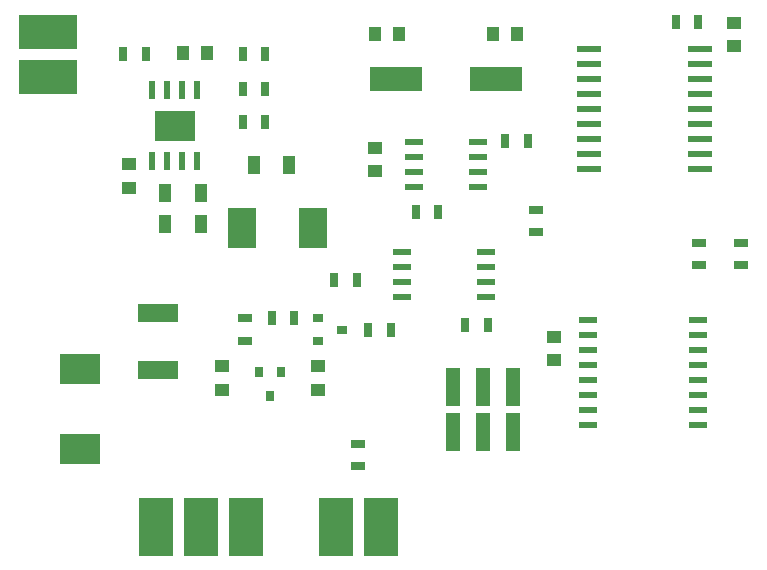
<source format=gbr>
G04 #@! TF.FileFunction,Paste,Top*
%FSLAX46Y46*%
G04 Gerber Fmt 4.6, Leading zero omitted, Abs format (unit mm)*
G04 Created by KiCad (PCBNEW 4.0.6) date 06/08/18 14:37:17*
%MOMM*%
%LPD*%
G01*
G04 APERTURE LIST*
%ADD10C,0.100000*%
%ADD11R,1.250000X1.000000*%
%ADD12R,1.000000X1.600000*%
%ADD13R,1.000000X1.250000*%
%ADD14R,3.390000X2.500000*%
%ADD15R,3.500000X1.600000*%
%ADD16R,1.550000X0.600000*%
%ADD17R,3.510000X2.620000*%
%ADD18R,0.610000X1.600000*%
%ADD19R,1.500000X0.600000*%
%ADD20R,2.350000X3.400000*%
%ADD21R,0.900000X0.800000*%
%ADD22R,1.300000X0.700000*%
%ADD23R,0.700000X1.300000*%
%ADD24R,0.800000X0.900000*%
%ADD25R,2.000000X0.600000*%
%ADD26R,4.500000X2.000000*%
%ADD27R,3.000000X5.000000*%
%ADD28R,5.000000X3.000000*%
%ADD29R,1.270000X3.180000*%
G04 APERTURE END LIST*
D10*
D11*
X141868000Y-114488000D03*
X141868000Y-112488000D03*
X149996000Y-114488000D03*
X149996000Y-112488000D03*
D12*
X137040000Y-97790000D03*
X140040000Y-97790000D03*
X137040000Y-100490000D03*
X140040000Y-100490000D03*
D13*
X138540000Y-85990000D03*
X140540000Y-85990000D03*
D11*
X133980000Y-97400000D03*
X133980000Y-95400000D03*
D12*
X147540000Y-95490000D03*
X144540000Y-95490000D03*
D13*
X164800000Y-84400000D03*
X166800000Y-84400000D03*
X156800000Y-84400000D03*
X154800000Y-84400000D03*
D11*
X185200000Y-85400000D03*
X185200000Y-83400000D03*
X154800000Y-96000000D03*
X154800000Y-94000000D03*
X169990000Y-110010000D03*
X169990000Y-112010000D03*
D14*
X129800000Y-119510000D03*
X129800000Y-112690000D03*
D15*
X136400000Y-107960000D03*
X136400000Y-112840000D03*
D16*
X164200000Y-106605000D03*
X164200000Y-105335000D03*
X164200000Y-104065000D03*
X164200000Y-102795000D03*
X157100000Y-102795000D03*
X157100000Y-104065000D03*
X157100000Y-105335000D03*
X157100000Y-106605000D03*
D17*
X137860000Y-92120000D03*
D18*
X135955000Y-89120000D03*
X137225000Y-89120000D03*
X138495000Y-89120000D03*
X139765000Y-89120000D03*
X139765000Y-95120000D03*
X138495000Y-95120000D03*
X137225000Y-95120000D03*
X135955000Y-95120000D03*
D19*
X172850000Y-108555000D03*
X172850000Y-109825000D03*
X172850000Y-111095000D03*
X172850000Y-112365000D03*
X172850000Y-113635000D03*
X172850000Y-114905000D03*
X172850000Y-116175000D03*
X172850000Y-117445000D03*
X182150000Y-117445000D03*
X182150000Y-116175000D03*
X182150000Y-114905000D03*
X182150000Y-113635000D03*
X182150000Y-112365000D03*
X182150000Y-111095000D03*
X182150000Y-109825000D03*
X182150000Y-108555000D03*
D20*
X149565000Y-100790000D03*
X143515000Y-100790000D03*
D21*
X150000000Y-108450000D03*
X150000000Y-110350000D03*
X152000000Y-109400000D03*
D22*
X143800000Y-108450000D03*
X143800000Y-110350000D03*
D23*
X147950000Y-108400000D03*
X146050000Y-108400000D03*
X156150000Y-109400000D03*
X154250000Y-109400000D03*
X135390000Y-86040000D03*
X133490000Y-86040000D03*
X143590000Y-86040000D03*
X145490000Y-86040000D03*
X153270000Y-105160000D03*
X151370000Y-105160000D03*
X143590000Y-89040000D03*
X145490000Y-89040000D03*
X145490000Y-91790000D03*
X143590000Y-91790000D03*
X162450000Y-109000000D03*
X164350000Y-109000000D03*
X182160000Y-83310000D03*
X180260000Y-83310000D03*
D22*
X168400000Y-99250000D03*
X168400000Y-101150000D03*
D23*
X158250000Y-99400000D03*
X160150000Y-99400000D03*
X165850000Y-93400000D03*
X167750000Y-93400000D03*
D22*
X153400000Y-120950000D03*
X153400000Y-119050000D03*
X182200000Y-102050000D03*
X182200000Y-103950000D03*
X185800000Y-102050000D03*
X185800000Y-103950000D03*
D24*
X146882000Y-112996000D03*
X144982000Y-112996000D03*
X145932000Y-114996000D03*
D25*
X172900000Y-85620000D03*
X172900000Y-86890000D03*
X172900000Y-88160000D03*
X172900000Y-89430000D03*
X172900000Y-90700000D03*
X172900000Y-91970000D03*
X172900000Y-93240000D03*
X172900000Y-94510000D03*
X172900000Y-95780000D03*
X182300000Y-95780000D03*
X182300000Y-94510000D03*
X182300000Y-93240000D03*
X182300000Y-91970000D03*
X182300000Y-90700000D03*
X182300000Y-89430000D03*
X182300000Y-88160000D03*
X182300000Y-86890000D03*
X182300000Y-85620000D03*
D16*
X158100000Y-93495000D03*
X158100000Y-94765000D03*
X158100000Y-96035000D03*
X158100000Y-97305000D03*
X163500000Y-97305000D03*
X163500000Y-96035000D03*
X163500000Y-94765000D03*
X163500000Y-93495000D03*
D26*
X156550000Y-88200000D03*
X165050000Y-88200000D03*
D27*
X136300000Y-126100000D03*
X143900000Y-126100000D03*
D28*
X127100000Y-88000000D03*
D27*
X140100000Y-126100000D03*
X155300000Y-126100000D03*
X151500000Y-126100000D03*
D28*
X127100000Y-84200000D03*
D29*
X166500000Y-118100000D03*
X166500000Y-114290000D03*
X163960000Y-118100000D03*
X163960000Y-114290000D03*
X161420000Y-118100000D03*
X161420000Y-114290000D03*
M02*

</source>
